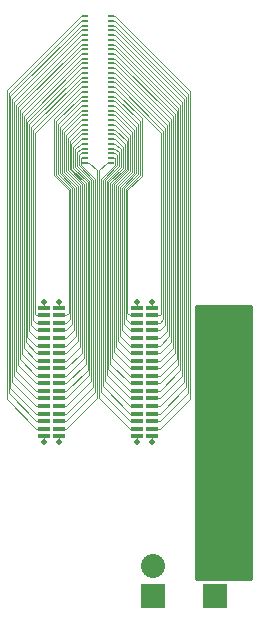
<source format=gtl>
G04 #@! TF.FileFunction,Copper,L1,Top,Signal*
%FSLAX46Y46*%
G04 Gerber Fmt 4.6, Leading zero omitted, Abs format (unit mm)*
G04 Created by KiCad (PCBNEW (2016-03-20 BZR 6634, Git a4ba01f)-product) date 3/28/2016 2:10:45 PM*
%MOMM*%
G01*
G04 APERTURE LIST*
%ADD10C,0.100000*%
%ADD11R,0.475000X0.220000*%
%ADD12O,1.998980X1.998980*%
%ADD13R,1.998980X1.998980*%
%ADD14R,1.020000X0.380000*%
%ADD15R,2.032000X2.032000*%
%ADD16O,2.032000X2.032000*%
%ADD17C,0.470000*%
%ADD18C,0.080000*%
%ADD19C,0.254000*%
G04 APERTURE END LIST*
D10*
D11*
X144812500Y-85000000D03*
X142625000Y-85000000D03*
X144812500Y-84600000D03*
X142625000Y-84600000D03*
X144812500Y-84200000D03*
X142625000Y-84200000D03*
X144812500Y-83800000D03*
X142625000Y-83800000D03*
X144812500Y-83400000D03*
X142625000Y-83400000D03*
X144812500Y-83000000D03*
X142625000Y-83000000D03*
X144812500Y-82600000D03*
X142625000Y-82600000D03*
X144812500Y-82200000D03*
X142625000Y-82200000D03*
X144812500Y-81800000D03*
X142625000Y-81800000D03*
X144812500Y-81400000D03*
X142625000Y-81400000D03*
X144812500Y-81000000D03*
X142625000Y-81000000D03*
X144812500Y-80600000D03*
X142625000Y-80600000D03*
X144812500Y-80200000D03*
X142625000Y-80200000D03*
X144812500Y-79800000D03*
X142625000Y-79800000D03*
X144812500Y-79400000D03*
X142625000Y-79400000D03*
X144812500Y-79000000D03*
X142625000Y-79000000D03*
X144812500Y-78600000D03*
X142625000Y-78600000D03*
X144812500Y-78200000D03*
X142625000Y-78200000D03*
X144812500Y-77800000D03*
X142625000Y-77800000D03*
X144812500Y-77400000D03*
X142625000Y-77400000D03*
X144812500Y-77000000D03*
X142625000Y-77000000D03*
X144812500Y-76600000D03*
X142625000Y-76600000D03*
X144812500Y-76200000D03*
X142625000Y-76200000D03*
X144812500Y-75800000D03*
X142625000Y-75800000D03*
X144812500Y-75400000D03*
X142625000Y-75400000D03*
X144812500Y-75000000D03*
X142625000Y-75000000D03*
X144812500Y-74600000D03*
X142625000Y-74600000D03*
X144812500Y-74200000D03*
X142625000Y-74200000D03*
X144812500Y-73800000D03*
X142625000Y-73800000D03*
X144812500Y-73400000D03*
X142625000Y-73400000D03*
X144812500Y-73000000D03*
X142625000Y-73000000D03*
X144812500Y-72600000D03*
X142625000Y-72600000D03*
D12*
X153600000Y-119160000D03*
D13*
X153600000Y-121700000D03*
D14*
X148310000Y-108160000D03*
X147040000Y-108160000D03*
X148310000Y-107520000D03*
X147040000Y-107520000D03*
X148310000Y-106880000D03*
X147040000Y-106880000D03*
X148310000Y-106240000D03*
X147040000Y-106240000D03*
X148310000Y-105600000D03*
X147040000Y-105600000D03*
X148310000Y-104960000D03*
X147040000Y-104960000D03*
X148310000Y-104320000D03*
X147040000Y-104320000D03*
X148310000Y-103680000D03*
X147040000Y-103680000D03*
X148310000Y-103040000D03*
X147040000Y-103040000D03*
X148310000Y-102400000D03*
X147040000Y-102400000D03*
X148310000Y-101760000D03*
X147040000Y-101760000D03*
X148310000Y-101120000D03*
X147040000Y-101120000D03*
X148310000Y-100480000D03*
X147040000Y-100480000D03*
X148310000Y-99840000D03*
X147040000Y-99840000D03*
X148310000Y-99200000D03*
X147040000Y-99200000D03*
X148310000Y-98560000D03*
X147040000Y-98560000D03*
X148310000Y-97920000D03*
X147040000Y-97920000D03*
X148310000Y-97280000D03*
X147040000Y-97280000D03*
X140410000Y-108160000D03*
X139140000Y-108160000D03*
X140410000Y-107520000D03*
X139140000Y-107520000D03*
X140410000Y-106880000D03*
X139140000Y-106880000D03*
X140410000Y-106240000D03*
X139140000Y-106240000D03*
X140410000Y-105600000D03*
X139140000Y-105600000D03*
X140410000Y-104960000D03*
X139140000Y-104960000D03*
X140410000Y-104320000D03*
X139140000Y-104320000D03*
X140410000Y-103680000D03*
X139140000Y-103680000D03*
X140410000Y-103040000D03*
X139140000Y-103040000D03*
X140410000Y-102400000D03*
X139140000Y-102400000D03*
X140410000Y-101760000D03*
X139140000Y-101760000D03*
X140410000Y-101120000D03*
X139140000Y-101120000D03*
X140410000Y-100480000D03*
X139140000Y-100480000D03*
X140410000Y-99840000D03*
X139140000Y-99840000D03*
X140410000Y-99200000D03*
X139140000Y-99200000D03*
X140410000Y-98560000D03*
X139140000Y-98560000D03*
X140410000Y-97920000D03*
X139140000Y-97920000D03*
X140410000Y-97280000D03*
X139140000Y-97280000D03*
D15*
X148400000Y-121700000D03*
D16*
X148400000Y-119160000D03*
D14*
X156210000Y-108160000D03*
X154940000Y-108160000D03*
X156210000Y-107520000D03*
X154940000Y-107520000D03*
X156210000Y-106880000D03*
X154940000Y-106880000D03*
X156210000Y-106240000D03*
X154940000Y-106240000D03*
X156210000Y-105600000D03*
X154940000Y-105600000D03*
X156210000Y-104960000D03*
X154940000Y-104960000D03*
X156210000Y-104320000D03*
X154940000Y-104320000D03*
X156210000Y-103680000D03*
X154940000Y-103680000D03*
X156210000Y-103040000D03*
X154940000Y-103040000D03*
X156210000Y-102400000D03*
X154940000Y-102400000D03*
X156210000Y-101760000D03*
X154940000Y-101760000D03*
X156210000Y-101120000D03*
X154940000Y-101120000D03*
X156210000Y-100480000D03*
X154940000Y-100480000D03*
X156210000Y-99840000D03*
X154940000Y-99840000D03*
X156210000Y-99200000D03*
X154940000Y-99200000D03*
X156210000Y-98560000D03*
X154940000Y-98560000D03*
X156210000Y-97920000D03*
X154940000Y-97920000D03*
X156210000Y-97280000D03*
X154940000Y-97280000D03*
D17*
X140410000Y-108670000D03*
X148310000Y-108670000D03*
X147040000Y-96770000D03*
X139140000Y-96770000D03*
X139140000Y-108670000D03*
X147040000Y-108670000D03*
X148310000Y-96770000D03*
X140410000Y-96770000D03*
D18*
X148310000Y-107520000D02*
X148940300Y-107520000D01*
X144812500Y-72600000D02*
X145170300Y-72600000D01*
X151490100Y-78919800D02*
X145170300Y-72600000D01*
X151490100Y-104970200D02*
X151490100Y-78919800D01*
X148940300Y-107520000D02*
X151490100Y-104970200D01*
X147040000Y-107520000D02*
X146409700Y-107520000D01*
X144812500Y-85000000D02*
X144454700Y-85000000D01*
X143797000Y-104907300D02*
X146409700Y-107520000D01*
X143797000Y-85657700D02*
X143797000Y-104907300D01*
X144454700Y-85000000D02*
X143797000Y-85657700D01*
X148310000Y-106880000D02*
X148940300Y-106880000D01*
X144812500Y-73000000D02*
X145170300Y-73000000D01*
X151329800Y-79159500D02*
X145170300Y-73000000D01*
X151329800Y-104490500D02*
X151329800Y-79159500D01*
X148940300Y-106880000D02*
X151329800Y-104490500D01*
X147040000Y-106880000D02*
X146409700Y-106880000D01*
X144812500Y-84600000D02*
X145170300Y-84600000D01*
X143957300Y-104427600D02*
X146409700Y-106880000D01*
X143957300Y-86372800D02*
X143957300Y-104427600D01*
X145170300Y-85159800D02*
X143957300Y-86372800D01*
X145170300Y-84600000D02*
X145170300Y-85159800D01*
X148310000Y-106240000D02*
X148940300Y-106240000D01*
X144812500Y-73400000D02*
X145170300Y-73400000D01*
X151169500Y-79399200D02*
X145170300Y-73400000D01*
X151169500Y-104010800D02*
X151169500Y-79399200D01*
X148940300Y-106240000D02*
X151169500Y-104010800D01*
X144812500Y-84200000D02*
X145170300Y-84200000D01*
X147040000Y-106240000D02*
X146409700Y-106240000D01*
X144117600Y-103947900D02*
X146409700Y-106240000D01*
X144117600Y-86439300D02*
X144117600Y-103947900D01*
X145330600Y-85226300D02*
X144117600Y-86439300D01*
X145330600Y-84360300D02*
X145330600Y-85226300D01*
X145170300Y-84200000D02*
X145330600Y-84360300D01*
X148310000Y-105600000D02*
X148940300Y-105600000D01*
X144812500Y-73800000D02*
X145170300Y-73800000D01*
X151009200Y-79638900D02*
X145170300Y-73800000D01*
X151009200Y-103531100D02*
X151009200Y-79638900D01*
X148940300Y-105600000D02*
X151009200Y-103531100D01*
X144812500Y-83800000D02*
X145170300Y-83800000D01*
X147040000Y-105600000D02*
X146409700Y-105600000D01*
X144277900Y-103468200D02*
X146409700Y-105600000D01*
X144277900Y-86505800D02*
X144277900Y-103468200D01*
X145490900Y-85292800D02*
X144277900Y-86505800D01*
X145490900Y-84120600D02*
X145490900Y-85292800D01*
X145170300Y-83800000D02*
X145490900Y-84120600D01*
X144812500Y-74200000D02*
X145170300Y-74200000D01*
X148310000Y-104960000D02*
X148940300Y-104960000D01*
X150848900Y-79878600D02*
X145170300Y-74200000D01*
X150848900Y-103051400D02*
X150848900Y-79878600D01*
X148940300Y-104960000D02*
X150848900Y-103051400D01*
X144812500Y-83400000D02*
X145170300Y-83400000D01*
X147040000Y-104960000D02*
X146409700Y-104960000D01*
X144438200Y-102988500D02*
X146409700Y-104960000D01*
X144438200Y-86572300D02*
X144438200Y-102988500D01*
X145651200Y-85359300D02*
X144438200Y-86572300D01*
X145651200Y-83880900D02*
X145651200Y-85359300D01*
X145170300Y-83400000D02*
X145651200Y-83880900D01*
X144812500Y-74600000D02*
X145170300Y-74600000D01*
X148310000Y-104320000D02*
X148940300Y-104320000D01*
X150688600Y-80118300D02*
X145170300Y-74600000D01*
X150688600Y-102571700D02*
X150688600Y-80118300D01*
X148940300Y-104320000D02*
X150688600Y-102571700D01*
X144812500Y-83000000D02*
X145170300Y-83000000D01*
X147040000Y-104320000D02*
X146409700Y-104320000D01*
X144598500Y-102508800D02*
X146409700Y-104320000D01*
X144598500Y-86638800D02*
X144598500Y-102508800D01*
X145811500Y-85425800D02*
X144598500Y-86638800D01*
X145811500Y-83641200D02*
X145811500Y-85425800D01*
X145170300Y-83000000D02*
X145811500Y-83641200D01*
X144812500Y-75000000D02*
X145170300Y-75000000D01*
X148310000Y-103680000D02*
X148940300Y-103680000D01*
X150528300Y-80358000D02*
X145170300Y-75000000D01*
X150528300Y-102092000D02*
X150528300Y-80358000D01*
X148940300Y-103680000D02*
X150528300Y-102092000D01*
X144812500Y-82600000D02*
X145170300Y-82600000D01*
X147040000Y-103680000D02*
X146409700Y-103680000D01*
X144758800Y-102029100D02*
X146409700Y-103680000D01*
X144758800Y-86705300D02*
X144758800Y-102029100D01*
X145971800Y-85492300D02*
X144758800Y-86705300D01*
X145971800Y-83401500D02*
X145971800Y-85492300D01*
X145170300Y-82600000D02*
X145971800Y-83401500D01*
X144812500Y-75400000D02*
X145170300Y-75400000D01*
X148310000Y-103040000D02*
X148940300Y-103040000D01*
X150368000Y-80597700D02*
X145170300Y-75400000D01*
X150368000Y-101612300D02*
X150368000Y-80597700D01*
X148940300Y-103040000D02*
X150368000Y-101612300D01*
X144812500Y-82200000D02*
X145170300Y-82200000D01*
X147040000Y-103040000D02*
X146409700Y-103040000D01*
X144919100Y-101549400D02*
X146409700Y-103040000D01*
X144919100Y-86771800D02*
X144919100Y-101549400D01*
X146132100Y-85558800D02*
X144919100Y-86771800D01*
X146132100Y-83161800D02*
X146132100Y-85558800D01*
X145170300Y-82200000D02*
X146132100Y-83161800D01*
X148310000Y-102400000D02*
X148940300Y-102400000D01*
X144812500Y-75800000D02*
X145170300Y-75800000D01*
X150207700Y-80837400D02*
X145170300Y-75800000D01*
X150207700Y-101132600D02*
X150207700Y-80837400D01*
X148940300Y-102400000D02*
X150207700Y-101132600D01*
X147040000Y-102400000D02*
X146409700Y-102400000D01*
X144812500Y-81800000D02*
X145170300Y-81800000D01*
X145079400Y-101069700D02*
X146409700Y-102400000D01*
X145079400Y-86838300D02*
X145079400Y-101069700D01*
X146292400Y-85625300D02*
X145079400Y-86838300D01*
X146292400Y-82922100D02*
X146292400Y-85625300D01*
X145170300Y-81800000D02*
X146292400Y-82922100D01*
X144812500Y-76200000D02*
X145170300Y-76200000D01*
X148310000Y-101760000D02*
X148940300Y-101760000D01*
X150047400Y-81077100D02*
X145170300Y-76200000D01*
X150047400Y-100652900D02*
X150047400Y-81077100D01*
X148940300Y-101760000D02*
X150047400Y-100652900D01*
X147040000Y-101760000D02*
X146409700Y-101760000D01*
X144812500Y-81400000D02*
X145170300Y-81400000D01*
X145239700Y-100590000D02*
X146409700Y-101760000D01*
X145239700Y-86904800D02*
X145239700Y-100590000D01*
X146452700Y-85691800D02*
X145239700Y-86904800D01*
X146452700Y-82682400D02*
X146452700Y-85691800D01*
X145170300Y-81400000D02*
X146452700Y-82682400D01*
X144812500Y-76600000D02*
X145170300Y-76600000D01*
X148310000Y-101120000D02*
X148940300Y-101120000D01*
X149887100Y-81316800D02*
X145170300Y-76600000D01*
X149887100Y-100173200D02*
X149887100Y-81316800D01*
X148940300Y-101120000D02*
X149887100Y-100173200D01*
X147040000Y-101120000D02*
X146409700Y-101120000D01*
X144812500Y-81000000D02*
X145170300Y-81000000D01*
X145400000Y-100110300D02*
X146409700Y-101120000D01*
X145400000Y-86980100D02*
X145400000Y-100110300D01*
X146613000Y-85767100D02*
X145400000Y-86980100D01*
X146613000Y-82442700D02*
X146613000Y-85767100D01*
X145170300Y-81000000D02*
X146613000Y-82442700D01*
X144812500Y-77000000D02*
X145170300Y-77000000D01*
X148310000Y-100480000D02*
X148940300Y-100480000D01*
X149726800Y-81556500D02*
X145170300Y-77000000D01*
X149726800Y-99693500D02*
X149726800Y-81556500D01*
X148940300Y-100480000D02*
X149726800Y-99693500D01*
X147040000Y-100480000D02*
X146409700Y-100480000D01*
X144812500Y-80600000D02*
X145170300Y-80600000D01*
X145571500Y-99641800D02*
X146409700Y-100480000D01*
X145571500Y-87035400D02*
X145571500Y-99641800D01*
X146773300Y-85833600D02*
X145571500Y-87035400D01*
X146773300Y-82203000D02*
X146773300Y-85833600D01*
X145170300Y-80600000D02*
X146773300Y-82203000D01*
X144812500Y-77400000D02*
X145170300Y-77400000D01*
X148310000Y-99840000D02*
X148940300Y-99840000D01*
X149566500Y-81796200D02*
X145170300Y-77400000D01*
X149566500Y-99213800D02*
X149566500Y-81796200D01*
X148940300Y-99840000D02*
X149566500Y-99213800D01*
X147040000Y-99840000D02*
X146409700Y-99840000D01*
X144812500Y-80200000D02*
X145170300Y-80200000D01*
X145731800Y-99162100D02*
X146409700Y-99840000D01*
X145731800Y-87101900D02*
X145731800Y-99162100D01*
X146933700Y-85900000D02*
X145731800Y-87101900D01*
X146933700Y-81963400D02*
X146933700Y-85900000D01*
X145170300Y-80200000D02*
X146933700Y-81963400D01*
X144812500Y-77800000D02*
X145170300Y-77800000D01*
X148310000Y-99200000D02*
X148940300Y-99200000D01*
X149406200Y-82035900D02*
X145170300Y-77800000D01*
X149406200Y-98734100D02*
X149406200Y-82035900D01*
X148940300Y-99200000D02*
X149406200Y-98734100D01*
X147040000Y-99200000D02*
X146409700Y-99200000D01*
X144812500Y-79800000D02*
X145170300Y-79800000D01*
X145892100Y-98682400D02*
X146409700Y-99200000D01*
X145892100Y-87168400D02*
X145892100Y-98682400D01*
X147094000Y-85966500D02*
X145892100Y-87168400D01*
X147094000Y-81723700D02*
X147094000Y-85966500D01*
X145170300Y-79800000D02*
X147094000Y-81723700D01*
X148310000Y-98560000D02*
X148940300Y-98560000D01*
X144812500Y-78200000D02*
X145170300Y-78200000D01*
X149245900Y-82275600D02*
X145170300Y-78200000D01*
X149245900Y-98254400D02*
X149245900Y-82275600D01*
X148940300Y-98560000D02*
X149245900Y-98254400D01*
X147040000Y-98560000D02*
X146409700Y-98560000D01*
X144812500Y-79400000D02*
X145170300Y-79400000D01*
X146052400Y-98202700D02*
X146409700Y-98560000D01*
X146052400Y-87234900D02*
X146052400Y-98202700D01*
X147254300Y-86033000D02*
X146052400Y-87234900D01*
X147254300Y-81484000D02*
X147254300Y-86033000D01*
X145170300Y-79400000D02*
X147254300Y-81484000D01*
X148310000Y-97920000D02*
X148940300Y-97920000D01*
X144812500Y-78600000D02*
X145170300Y-78600000D01*
X149085600Y-82515300D02*
X145170300Y-78600000D01*
X149085600Y-97774700D02*
X149085600Y-82515300D01*
X148940300Y-97920000D02*
X149085600Y-97774700D01*
X147040000Y-97920000D02*
X146409700Y-97920000D01*
X144812500Y-79000000D02*
X145170300Y-79000000D01*
X146212700Y-97723000D02*
X146409700Y-97920000D01*
X146212700Y-87301400D02*
X146212700Y-97723000D01*
X147414600Y-86099500D02*
X146212700Y-87301400D01*
X147414600Y-81244300D02*
X147414600Y-86099500D01*
X145170300Y-79000000D02*
X147414600Y-81244300D01*
X140410000Y-107520000D02*
X141040300Y-107520000D01*
X142625000Y-85000000D02*
X142982800Y-85000000D01*
X143632500Y-85649700D02*
X142982800Y-85000000D01*
X143632500Y-104927800D02*
X143632500Y-85649700D01*
X141040300Y-107520000D02*
X143632500Y-104927800D01*
X139140000Y-107520000D02*
X138509700Y-107520000D01*
X142625000Y-72600000D02*
X142267200Y-72600000D01*
X135982400Y-104992700D02*
X138509700Y-107520000D01*
X135982400Y-78884800D02*
X135982400Y-104992700D01*
X142267200Y-72600000D02*
X135982400Y-78884800D01*
X140410000Y-106880000D02*
X141040300Y-106880000D01*
X142625000Y-84600000D02*
X142267200Y-84600000D01*
X142267200Y-85159900D02*
X142267200Y-84600000D01*
X143472200Y-86364900D02*
X142267200Y-85159900D01*
X143472200Y-104448100D02*
X143472200Y-86364900D01*
X141040300Y-106880000D02*
X143472200Y-104448100D01*
X139140000Y-106880000D02*
X138509700Y-106880000D01*
X142625000Y-73000000D02*
X142267200Y-73000000D01*
X136142700Y-104513000D02*
X138509700Y-106880000D01*
X136142700Y-79124500D02*
X136142700Y-104513000D01*
X142267200Y-73000000D02*
X136142700Y-79124500D01*
X140410000Y-106240000D02*
X141040300Y-106240000D01*
X142625000Y-84200000D02*
X142267200Y-84200000D01*
X142106900Y-84360300D02*
X142267200Y-84200000D01*
X142106900Y-85226400D02*
X142106900Y-84360300D01*
X143311900Y-86431400D02*
X142106900Y-85226400D01*
X143311900Y-103968400D02*
X143311900Y-86431400D01*
X141040300Y-106240000D02*
X143311900Y-103968400D01*
X139140000Y-106240000D02*
X138509700Y-106240000D01*
X142625000Y-73400000D02*
X142267200Y-73400000D01*
X136303000Y-104033300D02*
X138509700Y-106240000D01*
X136303000Y-79364200D02*
X136303000Y-104033300D01*
X142267200Y-73400000D02*
X136303000Y-79364200D01*
X142625000Y-83800000D02*
X142267200Y-83800000D01*
X140410000Y-105600000D02*
X141040300Y-105600000D01*
X141946600Y-84120600D02*
X142267200Y-83800000D01*
X141946600Y-85292900D02*
X141946600Y-84120600D01*
X143151600Y-86497900D02*
X141946600Y-85292900D01*
X143151600Y-103488700D02*
X143151600Y-86497900D01*
X141040300Y-105600000D02*
X143151600Y-103488700D01*
X139140000Y-105600000D02*
X138509700Y-105600000D01*
X142625000Y-73800000D02*
X142267200Y-73800000D01*
X136463300Y-103553600D02*
X138509700Y-105600000D01*
X136463300Y-79603900D02*
X136463300Y-103553600D01*
X142267200Y-73800000D02*
X136463300Y-79603900D01*
X142625000Y-83400000D02*
X142267200Y-83400000D01*
X140410000Y-104960000D02*
X141040300Y-104960000D01*
X141786300Y-83880900D02*
X142267200Y-83400000D01*
X141786300Y-85359400D02*
X141786300Y-83880900D01*
X142991300Y-86564400D02*
X141786300Y-85359400D01*
X142991300Y-103009000D02*
X142991300Y-86564400D01*
X141040300Y-104960000D02*
X142991300Y-103009000D01*
X142625000Y-74200000D02*
X142267200Y-74200000D01*
X139140000Y-104960000D02*
X138509700Y-104960000D01*
X136623600Y-103073900D02*
X138509700Y-104960000D01*
X136623600Y-79843600D02*
X136623600Y-103073900D01*
X142267200Y-74200000D02*
X136623600Y-79843600D01*
X142625000Y-83000000D02*
X142267200Y-83000000D01*
X140410000Y-104320000D02*
X141040300Y-104320000D01*
X141626000Y-83641200D02*
X142267200Y-83000000D01*
X141626000Y-85425900D02*
X141626000Y-83641200D01*
X142831000Y-86630900D02*
X141626000Y-85425900D01*
X142831000Y-102529300D02*
X142831000Y-86630900D01*
X141040300Y-104320000D02*
X142831000Y-102529300D01*
X142625000Y-74600000D02*
X142267200Y-74600000D01*
X139140000Y-104320000D02*
X138509700Y-104320000D01*
X136783900Y-102594200D02*
X138509700Y-104320000D01*
X136783900Y-80083300D02*
X136783900Y-102594200D01*
X142267200Y-74600000D02*
X136783900Y-80083300D01*
X142625000Y-82600000D02*
X142267200Y-82600000D01*
X140410000Y-103680000D02*
X141040300Y-103680000D01*
X141465700Y-83401500D02*
X142267200Y-82600000D01*
X141465700Y-85501900D02*
X141465700Y-83401500D01*
X142670700Y-86706900D02*
X141465700Y-85501900D01*
X142670700Y-102049600D02*
X142670700Y-86706900D01*
X141040300Y-103680000D02*
X142670700Y-102049600D01*
X142625000Y-75000000D02*
X142267200Y-75000000D01*
X139140000Y-103680000D02*
X138509700Y-103680000D01*
X136944200Y-102114500D02*
X138509700Y-103680000D01*
X136944200Y-80323000D02*
X136944200Y-102114500D01*
X142267200Y-75000000D02*
X136944200Y-80323000D01*
X142625000Y-82200000D02*
X142267200Y-82200000D01*
X140410000Y-103040000D02*
X141040300Y-103040000D01*
X141305400Y-83161800D02*
X142267200Y-82200000D01*
X141305400Y-85568400D02*
X141305400Y-83161800D01*
X142510400Y-86773400D02*
X141305400Y-85568400D01*
X142510400Y-101569900D02*
X142510400Y-86773400D01*
X141040300Y-103040000D02*
X142510400Y-101569900D01*
X142625000Y-75400000D02*
X142267200Y-75400000D01*
X139140000Y-103040000D02*
X138509700Y-103040000D01*
X137104500Y-101634800D02*
X138509700Y-103040000D01*
X137104500Y-80562700D02*
X137104500Y-101634800D01*
X142267200Y-75400000D02*
X137104500Y-80562700D01*
X140410000Y-102400000D02*
X141040300Y-102400000D01*
X142625000Y-81800000D02*
X142267200Y-81800000D01*
X141145100Y-82922100D02*
X142267200Y-81800000D01*
X141145100Y-85634900D02*
X141145100Y-82922100D01*
X142350100Y-86839900D02*
X141145100Y-85634900D01*
X142350100Y-101090200D02*
X142350100Y-86839900D01*
X141040300Y-102400000D02*
X142350100Y-101090200D01*
X139140000Y-102400000D02*
X138509700Y-102400000D01*
X142625000Y-75800000D02*
X142267200Y-75800000D01*
X137264800Y-101155100D02*
X138509700Y-102400000D01*
X137264800Y-80802400D02*
X137264800Y-101155100D01*
X142267200Y-75800000D02*
X137264800Y-80802400D01*
X140410000Y-101760000D02*
X141040300Y-101760000D01*
X142625000Y-81400000D02*
X142267200Y-81400000D01*
X140984800Y-82682400D02*
X142267200Y-81400000D01*
X140984800Y-85701400D02*
X140984800Y-82682400D01*
X142189800Y-86906400D02*
X140984800Y-85701400D01*
X142189800Y-100610500D02*
X142189800Y-86906400D01*
X141040300Y-101760000D02*
X142189800Y-100610500D01*
X142625000Y-76200000D02*
X142267200Y-76200000D01*
X139140000Y-101760000D02*
X138509700Y-101760000D01*
X137425100Y-100675400D02*
X138509700Y-101760000D01*
X137425100Y-81042100D02*
X137425100Y-100675400D01*
X142267200Y-76200000D02*
X137425100Y-81042100D01*
X140410000Y-101120000D02*
X141040300Y-101120000D01*
X142625000Y-81000000D02*
X142267200Y-81000000D01*
X140824500Y-82442700D02*
X142267200Y-81000000D01*
X140824500Y-85767900D02*
X140824500Y-82442700D01*
X142029500Y-86972900D02*
X140824500Y-85767900D01*
X142029500Y-100130800D02*
X142029500Y-86972900D01*
X141040300Y-101120000D02*
X142029500Y-100130800D01*
X142625000Y-76600000D02*
X142267200Y-76600000D01*
X139140000Y-101120000D02*
X138509700Y-101120000D01*
X137585400Y-100195700D02*
X138509700Y-101120000D01*
X137585400Y-81281800D02*
X137585400Y-100195700D01*
X142267200Y-76600000D02*
X137585400Y-81281800D01*
X140410000Y-100480000D02*
X141040300Y-100480000D01*
X142625000Y-80600000D02*
X142267200Y-80600000D01*
X140664200Y-82203000D02*
X142267200Y-80600000D01*
X140664200Y-85834400D02*
X140664200Y-82203000D01*
X141869200Y-87039400D02*
X140664200Y-85834400D01*
X141869200Y-99651100D02*
X141869200Y-87039400D01*
X141040300Y-100480000D02*
X141869200Y-99651100D01*
X142625000Y-77000000D02*
X142267200Y-77000000D01*
X139140000Y-100480000D02*
X138509700Y-100480000D01*
X137745700Y-99716000D02*
X138509700Y-100480000D01*
X137745700Y-81521500D02*
X137745700Y-99716000D01*
X142267200Y-77000000D02*
X137745700Y-81521500D01*
X140410000Y-99840000D02*
X141040300Y-99840000D01*
X142625000Y-80200000D02*
X142267200Y-80200000D01*
X140503900Y-81963300D02*
X142267200Y-80200000D01*
X140503900Y-85900900D02*
X140503900Y-81963300D01*
X141708900Y-87105900D02*
X140503900Y-85900900D01*
X141708900Y-99171400D02*
X141708900Y-87105900D01*
X141040300Y-99840000D02*
X141708900Y-99171400D01*
X142625000Y-77400000D02*
X142267200Y-77400000D01*
X139140000Y-99840000D02*
X138509700Y-99840000D01*
X137906000Y-99236300D02*
X138509700Y-99840000D01*
X137906000Y-81761200D02*
X137906000Y-99236300D01*
X142267200Y-77400000D02*
X137906000Y-81761200D01*
X140410000Y-99200000D02*
X141040300Y-99200000D01*
X142625000Y-79800000D02*
X142267200Y-79800000D01*
X140343600Y-81723600D02*
X142267200Y-79800000D01*
X140343600Y-85967400D02*
X140343600Y-81723600D01*
X141548600Y-87172400D02*
X140343600Y-85967400D01*
X141548600Y-98691700D02*
X141548600Y-87172400D01*
X141040300Y-99200000D02*
X141548600Y-98691700D01*
X142625000Y-77800000D02*
X142267200Y-77800000D01*
X139140000Y-99200000D02*
X138509700Y-99200000D01*
X138066300Y-98756600D02*
X138509700Y-99200000D01*
X138066300Y-82000900D02*
X138066300Y-98756600D01*
X142267200Y-77800000D02*
X138066300Y-82000900D01*
X140410000Y-98560000D02*
X141040300Y-98560000D01*
X142625000Y-79400000D02*
X142267200Y-79400000D01*
X140173800Y-81493400D02*
X142267200Y-79400000D01*
X140173800Y-86024400D02*
X140173800Y-81493400D01*
X141388300Y-87238900D02*
X140173800Y-86024400D01*
X141388300Y-98212000D02*
X141388300Y-87238900D01*
X141040300Y-98560000D02*
X141388300Y-98212000D01*
X139140000Y-98560000D02*
X138509700Y-98560000D01*
X142625000Y-78200000D02*
X142267200Y-78200000D01*
X138226600Y-98276900D02*
X138509700Y-98560000D01*
X138226600Y-82240600D02*
X138226600Y-98276900D01*
X142267200Y-78200000D02*
X138226600Y-82240600D01*
X140410000Y-97920000D02*
X141040300Y-97920000D01*
X142625000Y-79000000D02*
X142267200Y-79000000D01*
X139995800Y-81271400D02*
X142267200Y-79000000D01*
X139995800Y-86073100D02*
X139995800Y-81271400D01*
X141228000Y-87305300D02*
X139995800Y-86073100D01*
X141228000Y-97732300D02*
X141228000Y-87305300D01*
X141040300Y-97920000D02*
X141228000Y-97732300D01*
X139140000Y-97920000D02*
X138509700Y-97920000D01*
X142625000Y-78600000D02*
X142267200Y-78600000D01*
X138386900Y-97797200D02*
X138509700Y-97920000D01*
X138386900Y-82480300D02*
X138386900Y-97797200D01*
X142267200Y-78600000D02*
X138386900Y-82480300D01*
X140410000Y-108160000D02*
X140410000Y-108670000D01*
X148310000Y-108160000D02*
X148310000Y-108670000D01*
X147040000Y-97280000D02*
X147040000Y-96770000D01*
X139140000Y-97280000D02*
X139140000Y-96770000D01*
X139140000Y-108160000D02*
X139140000Y-108670000D01*
X147040000Y-108160000D02*
X147040000Y-108670000D01*
X148310000Y-97280000D02*
X148310000Y-96770000D01*
X140410000Y-97280000D02*
X140410000Y-96770000D01*
D19*
G36*
X156673000Y-120273000D02*
X152027000Y-120273000D01*
X152027000Y-97127000D01*
X156673000Y-97127000D01*
X156673000Y-120273000D01*
X156673000Y-120273000D01*
G37*
X156673000Y-120273000D02*
X152027000Y-120273000D01*
X152027000Y-97127000D01*
X156673000Y-97127000D01*
X156673000Y-120273000D01*
M02*

</source>
